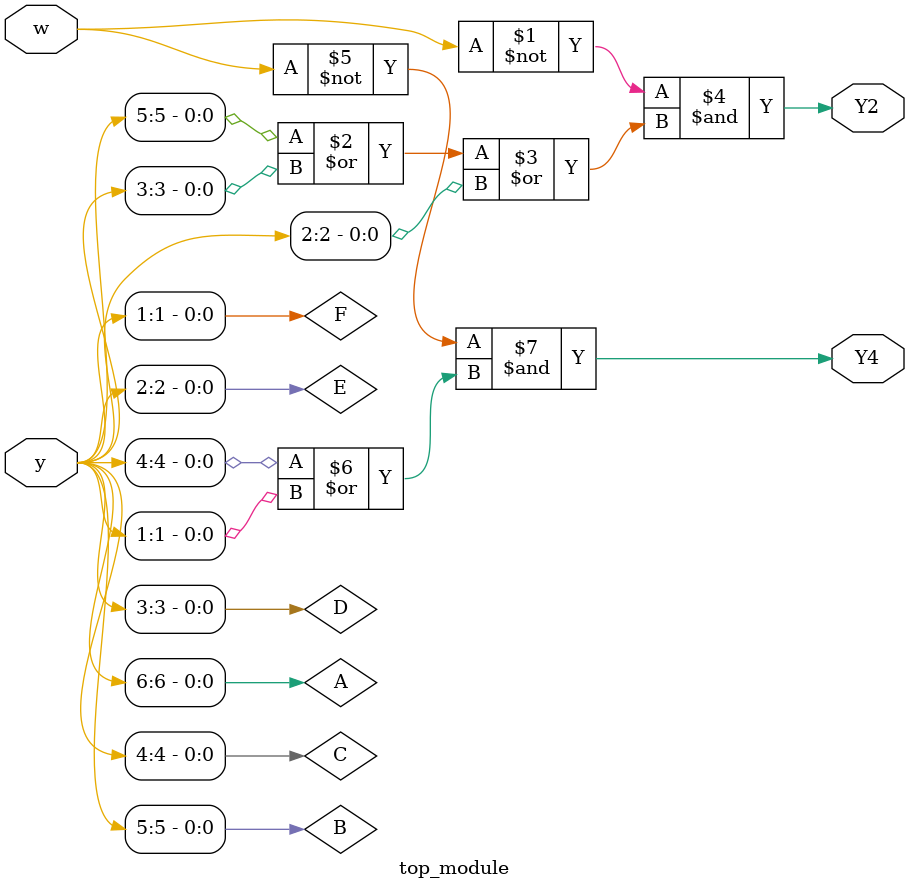
<source format=sv>
module top_module (
  input [6:1] y,
  input w,
  output Y2,
  output Y4
);

  wire A; // state A
  wire B; // state B
  wire C; // state C
  wire D; // state D
  wire E; // state E
  wire F; // state F

  assign A = y[6];
  assign B = y[5];
  assign C = y[4];
  assign D = y[3];
  assign E = y[2];
  assign F = y[1];

  // Next state logic for Y2
  assign Y2 = ~w & (B | D | E);

  // Next state logic for Y4
  assign Y4 = ~w & (C | F);

endmodule

</source>
